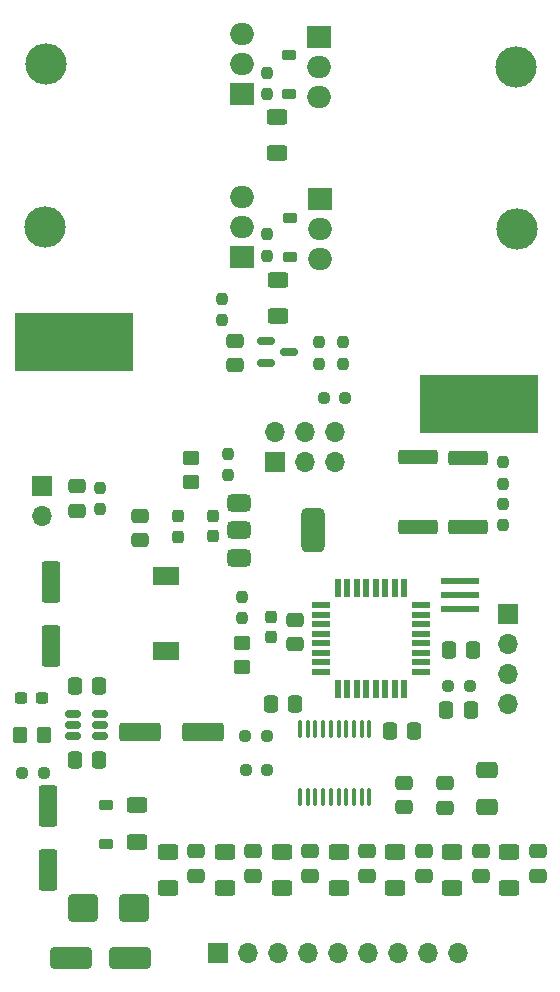
<source format=gts>
G04 #@! TF.GenerationSoftware,KiCad,Pcbnew,8.0.1*
G04 #@! TF.CreationDate,2024-11-29T15:47:05+04:00*
G04 #@! TF.ProjectId,BQ76925_ATMEGA328P_6S_20A_BMS,42513736-3932-4355-9f41-544d45474133,v1.0*
G04 #@! TF.SameCoordinates,Original*
G04 #@! TF.FileFunction,Soldermask,Top*
G04 #@! TF.FilePolarity,Negative*
%FSLAX46Y46*%
G04 Gerber Fmt 4.6, Leading zero omitted, Abs format (unit mm)*
G04 Created by KiCad (PCBNEW 8.0.1) date 2024-11-29 15:47:05*
%MOMM*%
%LPD*%
G01*
G04 APERTURE LIST*
G04 Aperture macros list*
%AMRoundRect*
0 Rectangle with rounded corners*
0 $1 Rounding radius*
0 $2 $3 $4 $5 $6 $7 $8 $9 X,Y pos of 4 corners*
0 Add a 4 corners polygon primitive as box body*
4,1,4,$2,$3,$4,$5,$6,$7,$8,$9,$2,$3,0*
0 Add four circle primitives for the rounded corners*
1,1,$1+$1,$2,$3*
1,1,$1+$1,$4,$5*
1,1,$1+$1,$6,$7*
1,1,$1+$1,$8,$9*
0 Add four rect primitives between the rounded corners*
20,1,$1+$1,$2,$3,$4,$5,0*
20,1,$1+$1,$4,$5,$6,$7,0*
20,1,$1+$1,$6,$7,$8,$9,0*
20,1,$1+$1,$8,$9,$2,$3,0*%
G04 Aperture macros list end*
%ADD10RoundRect,0.237500X-0.237500X0.250000X-0.237500X-0.250000X0.237500X-0.250000X0.237500X0.250000X0*%
%ADD11RoundRect,0.250000X0.625000X-0.400000X0.625000X0.400000X-0.625000X0.400000X-0.625000X-0.400000X0*%
%ADD12RoundRect,0.250000X-0.475000X0.337500X-0.475000X-0.337500X0.475000X-0.337500X0.475000X0.337500X0*%
%ADD13RoundRect,0.237500X-0.250000X-0.237500X0.250000X-0.237500X0.250000X0.237500X-0.250000X0.237500X0*%
%ADD14RoundRect,0.250000X-1.500000X-0.550000X1.500000X-0.550000X1.500000X0.550000X-1.500000X0.550000X0*%
%ADD15RoundRect,0.250000X-1.425000X0.362500X-1.425000X-0.362500X1.425000X-0.362500X1.425000X0.362500X0*%
%ADD16RoundRect,0.237500X-0.300000X-0.237500X0.300000X-0.237500X0.300000X0.237500X-0.300000X0.237500X0*%
%ADD17O,3.500000X3.500000*%
%ADD18R,2.000000X1.905000*%
%ADD19O,2.000000X1.905000*%
%ADD20RoundRect,0.250000X-0.550000X1.500000X-0.550000X-1.500000X0.550000X-1.500000X0.550000X1.500000X0*%
%ADD21RoundRect,0.250000X-0.350000X-0.450000X0.350000X-0.450000X0.350000X0.450000X-0.350000X0.450000X0*%
%ADD22R,10.000000X5.000000*%
%ADD23R,1.700000X1.700000*%
%ADD24O,1.700000X1.700000*%
%ADD25R,2.200000X1.500000*%
%ADD26RoundRect,0.250000X-0.450000X0.350000X-0.450000X-0.350000X0.450000X-0.350000X0.450000X0.350000X0*%
%ADD27RoundRect,0.225000X-0.375000X0.225000X-0.375000X-0.225000X0.375000X-0.225000X0.375000X0.225000X0*%
%ADD28RoundRect,0.237500X0.250000X0.237500X-0.250000X0.237500X-0.250000X-0.237500X0.250000X-0.237500X0*%
%ADD29RoundRect,0.237500X0.237500X-0.300000X0.237500X0.300000X-0.237500X0.300000X-0.237500X-0.300000X0*%
%ADD30RoundRect,0.237500X0.237500X-0.250000X0.237500X0.250000X-0.237500X0.250000X-0.237500X-0.250000X0*%
%ADD31RoundRect,0.225000X0.375000X-0.225000X0.375000X0.225000X-0.375000X0.225000X-0.375000X-0.225000X0*%
%ADD32RoundRect,0.150000X-0.512500X-0.150000X0.512500X-0.150000X0.512500X0.150000X-0.512500X0.150000X0*%
%ADD33RoundRect,0.250000X0.337500X0.475000X-0.337500X0.475000X-0.337500X-0.475000X0.337500X-0.475000X0*%
%ADD34R,3.200000X0.600000*%
%ADD35R,1.600000X0.550000*%
%ADD36R,0.550000X1.600000*%
%ADD37RoundRect,0.250000X0.475000X-0.337500X0.475000X0.337500X-0.475000X0.337500X-0.475000X-0.337500X0*%
%ADD38RoundRect,0.250000X-1.500000X-0.650000X1.500000X-0.650000X1.500000X0.650000X-1.500000X0.650000X0*%
%ADD39RoundRect,0.250000X-0.337500X-0.475000X0.337500X-0.475000X0.337500X0.475000X-0.337500X0.475000X0*%
%ADD40RoundRect,0.250000X-0.625000X0.400000X-0.625000X-0.400000X0.625000X-0.400000X0.625000X0.400000X0*%
%ADD41RoundRect,0.375000X-0.625000X-0.375000X0.625000X-0.375000X0.625000X0.375000X-0.625000X0.375000X0*%
%ADD42RoundRect,0.500000X-0.500000X-1.400000X0.500000X-1.400000X0.500000X1.400000X-0.500000X1.400000X0*%
%ADD43RoundRect,0.100000X0.100000X-0.637500X0.100000X0.637500X-0.100000X0.637500X-0.100000X-0.637500X0*%
%ADD44RoundRect,0.250000X-1.000000X-0.900000X1.000000X-0.900000X1.000000X0.900000X-1.000000X0.900000X0*%
%ADD45RoundRect,0.250000X0.450000X-0.350000X0.450000X0.350000X-0.450000X0.350000X-0.450000X-0.350000X0*%
%ADD46RoundRect,0.250000X0.650000X-0.412500X0.650000X0.412500X-0.650000X0.412500X-0.650000X-0.412500X0*%
%ADD47RoundRect,0.150000X-0.587500X-0.150000X0.587500X-0.150000X0.587500X0.150000X-0.587500X0.150000X0*%
%ADD48RoundRect,0.237500X-0.237500X0.300000X-0.237500X-0.300000X0.237500X-0.300000X0.237500X0.300000X0*%
G04 APERTURE END LIST*
D10*
X48970000Y-56375000D03*
X48970000Y-58200000D03*
D11*
X59514809Y-90297502D03*
X59514809Y-87197500D03*
D12*
X57103271Y-87140001D03*
X57103271Y-89215001D03*
D13*
X78457500Y-73197500D03*
X80282500Y-73197500D03*
D11*
X69160961Y-90297502D03*
X69160961Y-87197500D03*
D14*
X52330000Y-77027500D03*
X57730000Y-77027500D03*
D15*
X75880000Y-53795000D03*
X75880000Y-59720000D03*
D11*
X83630189Y-90297502D03*
X83630189Y-87197500D03*
D16*
X42292499Y-74177500D03*
X44017501Y-74177500D03*
D12*
X76395575Y-87140001D03*
X76395575Y-89215001D03*
X71572499Y-87140001D03*
X71572499Y-89215001D03*
X66749423Y-87140001D03*
X66749423Y-89215001D03*
D17*
X44365000Y-20532500D03*
D18*
X61025000Y-23072500D03*
D19*
X61025000Y-20532500D03*
X61025000Y-17992500D03*
D20*
X44780000Y-64352500D03*
X44780000Y-69752500D03*
D21*
X42230000Y-77352500D03*
X44230000Y-77352500D03*
D22*
X81074998Y-49302500D03*
D23*
X63770000Y-54187500D03*
D24*
X63770000Y-51647500D03*
X66310000Y-54187500D03*
X66310000Y-51647500D03*
X68849999Y-54187500D03*
X68850000Y-51647500D03*
D25*
X54530000Y-70227500D03*
X54530000Y-63827500D03*
D10*
X83115002Y-54242500D03*
X83115002Y-56067500D03*
D11*
X78807113Y-90297502D03*
X78807113Y-87197500D03*
D23*
X44080000Y-56217500D03*
D24*
X44080000Y-58757500D03*
D11*
X54691733Y-90297502D03*
X54691733Y-87197500D03*
D26*
X56650000Y-53857500D03*
X56650000Y-55857500D03*
D27*
X49477500Y-83272500D03*
X49477500Y-86572500D03*
D28*
X63122500Y-80307500D03*
X61297500Y-80307500D03*
D10*
X67480000Y-44065000D03*
X67480000Y-45890000D03*
D29*
X55555000Y-60525001D03*
X55555000Y-58799999D03*
D12*
X65490000Y-67540000D03*
X65490000Y-69615000D03*
D17*
X84250000Y-34507500D03*
D18*
X67590000Y-31967500D03*
D19*
X67590000Y-34507500D03*
X67590000Y-37047500D03*
D12*
X81218651Y-87140001D03*
X81218651Y-89215001D03*
D30*
X63120000Y-36732500D03*
X63120000Y-34907500D03*
D28*
X69722500Y-48767500D03*
X67897500Y-48767500D03*
D31*
X64995000Y-23057500D03*
X64995000Y-19757500D03*
D32*
X46680000Y-75502502D03*
X46680000Y-76452501D03*
X46680000Y-77402500D03*
X48955000Y-77402500D03*
X48955000Y-76452501D03*
X48955000Y-75502502D03*
D33*
X65507500Y-74717500D03*
X63432500Y-74717500D03*
D34*
X79420000Y-66637500D03*
X79420000Y-64237500D03*
X79420000Y-65437500D03*
D11*
X73984037Y-90297502D03*
X73984037Y-87197500D03*
D31*
X65070000Y-36832500D03*
X65070000Y-33532500D03*
D35*
X76160000Y-71947500D03*
X76160000Y-71147500D03*
X76160000Y-70347500D03*
X76160000Y-69547500D03*
X76160000Y-68747500D03*
X76160000Y-67947500D03*
X76160000Y-67147500D03*
X76160000Y-66347500D03*
D36*
X74710000Y-64897500D03*
X73910000Y-64897500D03*
X73110000Y-64897500D03*
X72310000Y-64897500D03*
X71510000Y-64897500D03*
X70710000Y-64897500D03*
X69910000Y-64897500D03*
X69110000Y-64897500D03*
D35*
X67660000Y-66347500D03*
X67660000Y-67147500D03*
X67660000Y-67947500D03*
X67660000Y-68747500D03*
X67660000Y-69547500D03*
X67660000Y-70347500D03*
X67660000Y-71147500D03*
X67660000Y-71947500D03*
D36*
X69110000Y-73397500D03*
X69910000Y-73397500D03*
X70710000Y-73397500D03*
X71510000Y-73397500D03*
X72310000Y-73397500D03*
X73110000Y-73397500D03*
X73910000Y-73397500D03*
X74710000Y-73397500D03*
D37*
X78210000Y-83455000D03*
X78210000Y-81380000D03*
D17*
X84200000Y-20757500D03*
D18*
X67540000Y-18217500D03*
D19*
X67540000Y-20757500D03*
X67540000Y-23297500D03*
D23*
X58985961Y-95797501D03*
D24*
X61525961Y-95797501D03*
X64065960Y-95797501D03*
X66605961Y-95797501D03*
X69145961Y-95797501D03*
X71685961Y-95797501D03*
X74225961Y-95797501D03*
X76765962Y-95797501D03*
X79305961Y-95797501D03*
D38*
X46515000Y-96172500D03*
X51515000Y-96172500D03*
D28*
X44192500Y-80502500D03*
X42367500Y-80502500D03*
D30*
X83115002Y-59547499D03*
X83115002Y-57722499D03*
D29*
X58555000Y-60505001D03*
X58555000Y-58779999D03*
D28*
X63082500Y-77437500D03*
X61257500Y-77437500D03*
D12*
X61926347Y-87140001D03*
X61926347Y-89215001D03*
D20*
X44560000Y-83307500D03*
X44560000Y-88707500D03*
D10*
X60990000Y-65590000D03*
X60990000Y-67415000D03*
D12*
X60380000Y-43940000D03*
X60380000Y-46015000D03*
D17*
X44340000Y-34332500D03*
D18*
X61000000Y-36872500D03*
D19*
X61000000Y-34332500D03*
X61000000Y-31792500D03*
D12*
X86041733Y-87140001D03*
X86041733Y-89215001D03*
D39*
X46842500Y-79427500D03*
X48917500Y-79427500D03*
D30*
X63095000Y-23070000D03*
X63095000Y-21245000D03*
D10*
X59260000Y-40375000D03*
X59260000Y-42200000D03*
D23*
X83480000Y-67037500D03*
D24*
X83480000Y-69577500D03*
X83480000Y-72117500D03*
X83480000Y-74657500D03*
D11*
X52102500Y-86372501D03*
X52102500Y-83272499D03*
D39*
X46842500Y-73202500D03*
X48917500Y-73202500D03*
D40*
X64020000Y-38757499D03*
X64020000Y-41857501D03*
D12*
X74690000Y-81370000D03*
X74690000Y-83445000D03*
D41*
X60710000Y-57687500D03*
X60710001Y-59987500D03*
D42*
X67009999Y-59987500D03*
D41*
X60710000Y-62287500D03*
D43*
X65910961Y-82572501D03*
X66560961Y-82572501D03*
X67210961Y-82572501D03*
X67860961Y-82572501D03*
X68510961Y-82572501D03*
X69160961Y-82572501D03*
X69810961Y-82572501D03*
X70460961Y-82572501D03*
X71110961Y-82572501D03*
X71760961Y-82572501D03*
X71760961Y-76847501D03*
X71110961Y-76847501D03*
X70460961Y-76847501D03*
X69810961Y-76847501D03*
X69160961Y-76847501D03*
X68510961Y-76847501D03*
X67860961Y-76847501D03*
X67210961Y-76847501D03*
X66560961Y-76847501D03*
X65910961Y-76847501D03*
D40*
X63920000Y-24967499D03*
X63920000Y-28067501D03*
D15*
X80105002Y-53820000D03*
X80105002Y-59745000D03*
D37*
X47030000Y-58335000D03*
X47030000Y-56260000D03*
D44*
X47514999Y-91922500D03*
X51815001Y-91922500D03*
D10*
X59820000Y-53515000D03*
X59820000Y-55340000D03*
X69545001Y-44075001D03*
X69545001Y-45900001D03*
D39*
X78262500Y-75187500D03*
X80337500Y-75187500D03*
D33*
X80570000Y-70087500D03*
X78495000Y-70087500D03*
D37*
X52325000Y-60810000D03*
X52325000Y-58735000D03*
D45*
X60980000Y-71527500D03*
X60980000Y-69527500D03*
D22*
X46745000Y-44082500D03*
D11*
X64337885Y-90297502D03*
X64337885Y-87197500D03*
D39*
X73482500Y-76937500D03*
X75557500Y-76937500D03*
D46*
X81700000Y-83370000D03*
X81700000Y-80245000D03*
D47*
X63052500Y-43917500D03*
X64927501Y-44867500D03*
X63052500Y-45817500D03*
D48*
X63420000Y-67314999D03*
X63420000Y-69040001D03*
M02*

</source>
